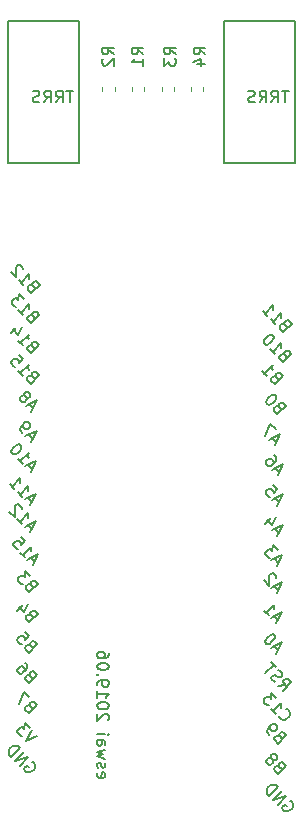
<source format=gbo>
G04 #@! TF.GenerationSoftware,KiCad,Pcbnew,(5.1.0-0)*
G04 #@! TF.CreationDate,2019-06-09T21:10:29+02:00*
G04 #@! TF.ProjectId,blackpill-pendant,626c6163-6b70-4696-9c6c-2d70656e6461,rev?*
G04 #@! TF.SameCoordinates,Original*
G04 #@! TF.FileFunction,Legend,Bot*
G04 #@! TF.FilePolarity,Positive*
%FSLAX46Y46*%
G04 Gerber Fmt 4.6, Leading zero omitted, Abs format (unit mm)*
G04 Created by KiCad (PCBNEW (5.1.0-0)) date 2019-06-09 21:10:29*
%MOMM*%
%LPD*%
G04 APERTURE LIST*
%ADD10C,0.150000*%
%ADD11C,0.120000*%
G04 APERTURE END LIST*
D10*
X85095238Y-115154761D02*
X85047619Y-115250000D01*
X85047619Y-115440476D01*
X85095238Y-115535714D01*
X85190476Y-115583333D01*
X85571428Y-115583333D01*
X85666666Y-115535714D01*
X85714285Y-115440476D01*
X85714285Y-115250000D01*
X85666666Y-115154761D01*
X85571428Y-115107142D01*
X85476190Y-115107142D01*
X85380952Y-115583333D01*
X85095238Y-114726190D02*
X85047619Y-114630952D01*
X85047619Y-114440476D01*
X85095238Y-114345238D01*
X85190476Y-114297619D01*
X85238095Y-114297619D01*
X85333333Y-114345238D01*
X85380952Y-114440476D01*
X85380952Y-114583333D01*
X85428571Y-114678571D01*
X85523809Y-114726190D01*
X85571428Y-114726190D01*
X85666666Y-114678571D01*
X85714285Y-114583333D01*
X85714285Y-114440476D01*
X85666666Y-114345238D01*
X85714285Y-113964285D02*
X85047619Y-113773809D01*
X85523809Y-113583333D01*
X85047619Y-113392857D01*
X85714285Y-113202380D01*
X85047619Y-112392857D02*
X85571428Y-112392857D01*
X85666666Y-112440476D01*
X85714285Y-112535714D01*
X85714285Y-112726190D01*
X85666666Y-112821428D01*
X85095238Y-112392857D02*
X85047619Y-112488095D01*
X85047619Y-112726190D01*
X85095238Y-112821428D01*
X85190476Y-112869047D01*
X85285714Y-112869047D01*
X85380952Y-112821428D01*
X85428571Y-112726190D01*
X85428571Y-112488095D01*
X85476190Y-112392857D01*
X85047619Y-111916666D02*
X85714285Y-111916666D01*
X86047619Y-111916666D02*
X86000000Y-111964285D01*
X85952380Y-111916666D01*
X86000000Y-111869047D01*
X86047619Y-111916666D01*
X85952380Y-111916666D01*
X85952380Y-110726190D02*
X86000000Y-110678571D01*
X86047619Y-110583333D01*
X86047619Y-110345238D01*
X86000000Y-110250000D01*
X85952380Y-110202380D01*
X85857142Y-110154761D01*
X85761904Y-110154761D01*
X85619047Y-110202380D01*
X85047619Y-110773809D01*
X85047619Y-110154761D01*
X86047619Y-109535714D02*
X86047619Y-109440476D01*
X86000000Y-109345238D01*
X85952380Y-109297619D01*
X85857142Y-109250000D01*
X85666666Y-109202380D01*
X85428571Y-109202380D01*
X85238095Y-109250000D01*
X85142857Y-109297619D01*
X85095238Y-109345238D01*
X85047619Y-109440476D01*
X85047619Y-109535714D01*
X85095238Y-109630952D01*
X85142857Y-109678571D01*
X85238095Y-109726190D01*
X85428571Y-109773809D01*
X85666666Y-109773809D01*
X85857142Y-109726190D01*
X85952380Y-109678571D01*
X86000000Y-109630952D01*
X86047619Y-109535714D01*
X85047619Y-108250000D02*
X85047619Y-108821428D01*
X85047619Y-108535714D02*
X86047619Y-108535714D01*
X85904761Y-108630952D01*
X85809523Y-108726190D01*
X85761904Y-108821428D01*
X85047619Y-107773809D02*
X85047619Y-107583333D01*
X85095238Y-107488095D01*
X85142857Y-107440476D01*
X85285714Y-107345238D01*
X85476190Y-107297619D01*
X85857142Y-107297619D01*
X85952380Y-107345238D01*
X86000000Y-107392857D01*
X86047619Y-107488095D01*
X86047619Y-107678571D01*
X86000000Y-107773809D01*
X85952380Y-107821428D01*
X85857142Y-107869047D01*
X85619047Y-107869047D01*
X85523809Y-107821428D01*
X85476190Y-107773809D01*
X85428571Y-107678571D01*
X85428571Y-107488095D01*
X85476190Y-107392857D01*
X85523809Y-107345238D01*
X85619047Y-107297619D01*
X85142857Y-106869047D02*
X85095238Y-106821428D01*
X85047619Y-106869047D01*
X85095238Y-106916666D01*
X85142857Y-106869047D01*
X85047619Y-106869047D01*
X86047619Y-106202380D02*
X86047619Y-106107142D01*
X86000000Y-106011904D01*
X85952380Y-105964285D01*
X85857142Y-105916666D01*
X85666666Y-105869047D01*
X85428571Y-105869047D01*
X85238095Y-105916666D01*
X85142857Y-105964285D01*
X85095238Y-106011904D01*
X85047619Y-106107142D01*
X85047619Y-106202380D01*
X85095238Y-106297619D01*
X85142857Y-106345238D01*
X85238095Y-106392857D01*
X85428571Y-106440476D01*
X85666666Y-106440476D01*
X85857142Y-106392857D01*
X85952380Y-106345238D01*
X86000000Y-106297619D01*
X86047619Y-106202380D01*
X86047619Y-105011904D02*
X86047619Y-105202380D01*
X86000000Y-105297619D01*
X85952380Y-105345238D01*
X85809523Y-105440476D01*
X85619047Y-105488095D01*
X85238095Y-105488095D01*
X85142857Y-105440476D01*
X85095238Y-105392857D01*
X85047619Y-105297619D01*
X85047619Y-105107142D01*
X85095238Y-105011904D01*
X85142857Y-104964285D01*
X85238095Y-104916666D01*
X85476190Y-104916666D01*
X85571428Y-104964285D01*
X85619047Y-105011904D01*
X85666666Y-105107142D01*
X85666666Y-105297619D01*
X85619047Y-105392857D01*
X85571428Y-105440476D01*
X85476190Y-105488095D01*
X101750000Y-63500000D02*
X101750000Y-51500000D01*
X95750000Y-63500000D02*
X101750000Y-63500000D01*
X95750000Y-51500000D02*
X95750000Y-63500000D01*
X101750000Y-51500000D02*
X95750000Y-51500000D01*
X83500000Y-63500000D02*
X83500000Y-51500000D01*
X77500000Y-63500000D02*
X83500000Y-63500000D01*
X77500000Y-51500000D02*
X77500000Y-63500000D01*
X83500000Y-51500000D02*
X77500000Y-51500000D01*
D11*
X94010000Y-57078733D02*
X94010000Y-57421267D01*
X92990000Y-57078733D02*
X92990000Y-57421267D01*
X91510000Y-57078733D02*
X91510000Y-57421267D01*
X90490000Y-57078733D02*
X90490000Y-57421267D01*
X86510000Y-57078733D02*
X86510000Y-57421267D01*
X85490000Y-57078733D02*
X85490000Y-57421267D01*
X89010000Y-57078733D02*
X89010000Y-57421267D01*
X87990000Y-57078733D02*
X87990000Y-57421267D01*
D10*
X101261904Y-57402380D02*
X100690476Y-57402380D01*
X100976190Y-58402380D02*
X100976190Y-57402380D01*
X99785714Y-58402380D02*
X100119047Y-57926190D01*
X100357142Y-58402380D02*
X100357142Y-57402380D01*
X99976190Y-57402380D01*
X99880952Y-57450000D01*
X99833333Y-57497619D01*
X99785714Y-57592857D01*
X99785714Y-57735714D01*
X99833333Y-57830952D01*
X99880952Y-57878571D01*
X99976190Y-57926190D01*
X100357142Y-57926190D01*
X98785714Y-58402380D02*
X99119047Y-57926190D01*
X99357142Y-58402380D02*
X99357142Y-57402380D01*
X98976190Y-57402380D01*
X98880952Y-57450000D01*
X98833333Y-57497619D01*
X98785714Y-57592857D01*
X98785714Y-57735714D01*
X98833333Y-57830952D01*
X98880952Y-57878571D01*
X98976190Y-57926190D01*
X99357142Y-57926190D01*
X98404761Y-58354761D02*
X98261904Y-58402380D01*
X98023809Y-58402380D01*
X97928571Y-58354761D01*
X97880952Y-58307142D01*
X97833333Y-58211904D01*
X97833333Y-58116666D01*
X97880952Y-58021428D01*
X97928571Y-57973809D01*
X98023809Y-57926190D01*
X98214285Y-57878571D01*
X98309523Y-57830952D01*
X98357142Y-57783333D01*
X98404761Y-57688095D01*
X98404761Y-57592857D01*
X98357142Y-57497619D01*
X98309523Y-57450000D01*
X98214285Y-57402380D01*
X97976190Y-57402380D01*
X97833333Y-57450000D01*
X83011904Y-57402380D02*
X82440476Y-57402380D01*
X82726190Y-58402380D02*
X82726190Y-57402380D01*
X81535714Y-58402380D02*
X81869047Y-57926190D01*
X82107142Y-58402380D02*
X82107142Y-57402380D01*
X81726190Y-57402380D01*
X81630952Y-57450000D01*
X81583333Y-57497619D01*
X81535714Y-57592857D01*
X81535714Y-57735714D01*
X81583333Y-57830952D01*
X81630952Y-57878571D01*
X81726190Y-57926190D01*
X82107142Y-57926190D01*
X80535714Y-58402380D02*
X80869047Y-57926190D01*
X81107142Y-58402380D02*
X81107142Y-57402380D01*
X80726190Y-57402380D01*
X80630952Y-57450000D01*
X80583333Y-57497619D01*
X80535714Y-57592857D01*
X80535714Y-57735714D01*
X80583333Y-57830952D01*
X80630952Y-57878571D01*
X80726190Y-57926190D01*
X81107142Y-57926190D01*
X80154761Y-58354761D02*
X80011904Y-58402380D01*
X79773809Y-58402380D01*
X79678571Y-58354761D01*
X79630952Y-58307142D01*
X79583333Y-58211904D01*
X79583333Y-58116666D01*
X79630952Y-58021428D01*
X79678571Y-57973809D01*
X79773809Y-57926190D01*
X79964285Y-57878571D01*
X80059523Y-57830952D01*
X80107142Y-57783333D01*
X80154761Y-57688095D01*
X80154761Y-57592857D01*
X80107142Y-57497619D01*
X80059523Y-57450000D01*
X79964285Y-57402380D01*
X79726190Y-57402380D01*
X79583333Y-57450000D01*
X94202380Y-54333333D02*
X93726190Y-54000000D01*
X94202380Y-53761904D02*
X93202380Y-53761904D01*
X93202380Y-54142857D01*
X93250000Y-54238095D01*
X93297619Y-54285714D01*
X93392857Y-54333333D01*
X93535714Y-54333333D01*
X93630952Y-54285714D01*
X93678571Y-54238095D01*
X93726190Y-54142857D01*
X93726190Y-53761904D01*
X93535714Y-55190476D02*
X94202380Y-55190476D01*
X93154761Y-54952380D02*
X93869047Y-54714285D01*
X93869047Y-55333333D01*
X91702380Y-54333333D02*
X91226190Y-54000000D01*
X91702380Y-53761904D02*
X90702380Y-53761904D01*
X90702380Y-54142857D01*
X90750000Y-54238095D01*
X90797619Y-54285714D01*
X90892857Y-54333333D01*
X91035714Y-54333333D01*
X91130952Y-54285714D01*
X91178571Y-54238095D01*
X91226190Y-54142857D01*
X91226190Y-53761904D01*
X90702380Y-54666666D02*
X90702380Y-55285714D01*
X91083333Y-54952380D01*
X91083333Y-55095238D01*
X91130952Y-55190476D01*
X91178571Y-55238095D01*
X91273809Y-55285714D01*
X91511904Y-55285714D01*
X91607142Y-55238095D01*
X91654761Y-55190476D01*
X91702380Y-55095238D01*
X91702380Y-54809523D01*
X91654761Y-54714285D01*
X91607142Y-54666666D01*
X86452380Y-54333333D02*
X85976190Y-54000000D01*
X86452380Y-53761904D02*
X85452380Y-53761904D01*
X85452380Y-54142857D01*
X85500000Y-54238095D01*
X85547619Y-54285714D01*
X85642857Y-54333333D01*
X85785714Y-54333333D01*
X85880952Y-54285714D01*
X85928571Y-54238095D01*
X85976190Y-54142857D01*
X85976190Y-53761904D01*
X85547619Y-54714285D02*
X85500000Y-54761904D01*
X85452380Y-54857142D01*
X85452380Y-55095238D01*
X85500000Y-55190476D01*
X85547619Y-55238095D01*
X85642857Y-55285714D01*
X85738095Y-55285714D01*
X85880952Y-55238095D01*
X86452380Y-54666666D01*
X86452380Y-55285714D01*
X88952380Y-54333333D02*
X88476190Y-54000000D01*
X88952380Y-53761904D02*
X87952380Y-53761904D01*
X87952380Y-54142857D01*
X88000000Y-54238095D01*
X88047619Y-54285714D01*
X88142857Y-54333333D01*
X88285714Y-54333333D01*
X88380952Y-54285714D01*
X88428571Y-54238095D01*
X88476190Y-54142857D01*
X88476190Y-53761904D01*
X88952380Y-55285714D02*
X88952380Y-54714285D01*
X88952380Y-55000000D02*
X87952380Y-55000000D01*
X88095238Y-54904761D01*
X88190476Y-54809523D01*
X88238095Y-54714285D01*
X79523621Y-114216375D02*
X79624636Y-114250047D01*
X79725651Y-114351062D01*
X79792995Y-114485749D01*
X79792995Y-114620436D01*
X79759323Y-114721451D01*
X79658308Y-114889810D01*
X79557293Y-114990825D01*
X79388934Y-115091841D01*
X79287919Y-115125512D01*
X79153232Y-115125512D01*
X79018545Y-115058169D01*
X78951201Y-114990825D01*
X78883858Y-114856138D01*
X78883858Y-114788795D01*
X79119560Y-114553093D01*
X79254247Y-114687780D01*
X78513468Y-114553093D02*
X79220575Y-113845986D01*
X78109407Y-114149032D01*
X78816514Y-113441925D01*
X77772690Y-113812314D02*
X78479797Y-113105207D01*
X78311438Y-112936849D01*
X78176751Y-112869505D01*
X78042064Y-112869505D01*
X77941049Y-112903177D01*
X77772690Y-113004192D01*
X77671675Y-113105207D01*
X77570659Y-113273566D01*
X77536988Y-113374581D01*
X77536988Y-113509268D01*
X77604331Y-113643955D01*
X77772690Y-113812314D01*
X79968225Y-112017534D02*
X79025416Y-112488939D01*
X79496821Y-111546130D01*
X79328462Y-111377771D02*
X78890729Y-110940038D01*
X78857058Y-111445114D01*
X78756042Y-111344099D01*
X78655027Y-111310427D01*
X78587684Y-111310427D01*
X78486668Y-111344099D01*
X78318310Y-111512458D01*
X78284638Y-111613473D01*
X78284638Y-111680817D01*
X78318310Y-111781832D01*
X78520340Y-111983862D01*
X78621355Y-112017534D01*
X78688699Y-112017534D01*
X79363350Y-109509991D02*
X79228663Y-109442647D01*
X79161320Y-109442647D01*
X79060304Y-109476319D01*
X78959289Y-109577334D01*
X78925617Y-109678350D01*
X78925617Y-109745693D01*
X78959289Y-109846708D01*
X79228663Y-110116082D01*
X79935770Y-109408976D01*
X79700068Y-109173273D01*
X79599052Y-109139601D01*
X79531709Y-109139601D01*
X79430694Y-109173273D01*
X79363350Y-109240617D01*
X79329678Y-109341632D01*
X79329678Y-109408976D01*
X79363350Y-109509991D01*
X79599052Y-109745693D01*
X79296007Y-108769212D02*
X78824602Y-108297808D01*
X78420541Y-109307960D01*
X79381401Y-106951940D02*
X79246714Y-106884596D01*
X79179371Y-106884596D01*
X79078355Y-106918268D01*
X78977340Y-107019283D01*
X78943668Y-107120299D01*
X78943668Y-107187642D01*
X78977340Y-107288657D01*
X79246714Y-107558031D01*
X79953821Y-106850925D01*
X79718119Y-106615222D01*
X79617103Y-106581550D01*
X79549760Y-106581550D01*
X79448745Y-106615222D01*
X79381401Y-106682566D01*
X79347729Y-106783581D01*
X79347729Y-106850925D01*
X79381401Y-106951940D01*
X79617103Y-107187642D01*
X78943668Y-105840772D02*
X79078355Y-105975459D01*
X79112027Y-106076474D01*
X79112027Y-106143818D01*
X79078355Y-106312176D01*
X78977340Y-106480535D01*
X78707966Y-106749909D01*
X78606951Y-106783581D01*
X78539607Y-106783581D01*
X78438592Y-106749909D01*
X78303905Y-106615222D01*
X78270233Y-106514207D01*
X78270233Y-106446863D01*
X78303905Y-106345848D01*
X78472264Y-106177489D01*
X78573279Y-106143818D01*
X78640622Y-106143818D01*
X78741638Y-106177489D01*
X78876325Y-106312176D01*
X78909996Y-106413192D01*
X78909996Y-106480535D01*
X78876325Y-106581550D01*
X79399452Y-104393888D02*
X79264765Y-104326544D01*
X79197422Y-104326544D01*
X79096406Y-104360216D01*
X78995391Y-104461231D01*
X78961719Y-104562247D01*
X78961719Y-104629590D01*
X78995391Y-104730605D01*
X79264765Y-104999979D01*
X79971872Y-104292873D01*
X79736170Y-104057170D01*
X79635154Y-104023498D01*
X79567811Y-104023498D01*
X79466796Y-104057170D01*
X79399452Y-104124514D01*
X79365780Y-104225529D01*
X79365780Y-104292873D01*
X79399452Y-104393888D01*
X79635154Y-104629590D01*
X78928047Y-103249048D02*
X79264765Y-103585766D01*
X78961719Y-103956155D01*
X78961719Y-103888811D01*
X78928047Y-103787796D01*
X78759689Y-103619437D01*
X78658673Y-103585766D01*
X78591330Y-103585766D01*
X78490315Y-103619437D01*
X78321956Y-103787796D01*
X78288284Y-103888811D01*
X78288284Y-103956155D01*
X78321956Y-104057170D01*
X78490315Y-104225529D01*
X78591330Y-104259201D01*
X78658673Y-104259201D01*
X79435555Y-99277786D02*
X79300868Y-99210442D01*
X79233525Y-99210442D01*
X79132509Y-99244114D01*
X79031494Y-99345129D01*
X78997822Y-99446145D01*
X78997822Y-99513488D01*
X79031494Y-99614503D01*
X79300868Y-99883877D01*
X80007975Y-99176771D01*
X79772273Y-98941068D01*
X79671257Y-98907396D01*
X79603914Y-98907396D01*
X79502899Y-98941068D01*
X79435555Y-99008412D01*
X79401883Y-99109427D01*
X79401883Y-99176771D01*
X79435555Y-99277786D01*
X79671257Y-99513488D01*
X79368212Y-98537007D02*
X78930479Y-98099274D01*
X78896807Y-98604351D01*
X78795792Y-98503335D01*
X78694776Y-98469664D01*
X78627433Y-98469664D01*
X78526418Y-98503335D01*
X78358059Y-98671694D01*
X78324387Y-98772709D01*
X78324387Y-98840053D01*
X78358059Y-98941068D01*
X78560089Y-99143099D01*
X78661105Y-99176771D01*
X78728448Y-99176771D01*
X79735620Y-97338467D02*
X79398903Y-97001750D01*
X79600933Y-97607841D02*
X80072338Y-96665032D01*
X79129529Y-97136437D01*
X78523437Y-96530345D02*
X78927498Y-96934406D01*
X78725468Y-96732376D02*
X79432574Y-96025269D01*
X79398903Y-96193628D01*
X79398903Y-96328315D01*
X79432574Y-96429330D01*
X78590781Y-95183475D02*
X78927498Y-95520193D01*
X78624452Y-95890582D01*
X78624452Y-95823239D01*
X78590781Y-95722223D01*
X78422422Y-95553865D01*
X78321407Y-95520193D01*
X78254063Y-95520193D01*
X78153048Y-95553865D01*
X77984689Y-95722223D01*
X77951017Y-95823239D01*
X77951017Y-95890582D01*
X77984689Y-95991597D01*
X78153048Y-96159956D01*
X78254063Y-96193628D01*
X78321407Y-96193628D01*
X79499672Y-94526415D02*
X79162955Y-94189698D01*
X79364985Y-94795789D02*
X79836390Y-93852980D01*
X78893581Y-94324385D01*
X78287489Y-93718293D02*
X78691550Y-94122354D01*
X78489520Y-93920324D02*
X79196626Y-93213217D01*
X79162955Y-93381576D01*
X79162955Y-93516263D01*
X79196626Y-93617278D01*
X78657878Y-92809156D02*
X78657878Y-92741813D01*
X78624207Y-92640797D01*
X78455848Y-92472439D01*
X78354833Y-92438767D01*
X78287489Y-92438767D01*
X78186474Y-92472439D01*
X78119130Y-92539782D01*
X78051787Y-92674469D01*
X78051787Y-93482591D01*
X77614054Y-93044858D01*
X79517723Y-92222364D02*
X79181006Y-91885647D01*
X79383036Y-92491738D02*
X79854441Y-91548929D01*
X78911632Y-92020334D01*
X78305540Y-91414242D02*
X78709601Y-91818303D01*
X78507571Y-91616273D02*
X79214677Y-90909166D01*
X79181006Y-91077525D01*
X79181006Y-91212212D01*
X79214677Y-91313227D01*
X77632105Y-90740807D02*
X78036166Y-91144868D01*
X77834136Y-90942838D02*
X78541242Y-90235731D01*
X78507571Y-90404090D01*
X78507571Y-90538777D01*
X78541242Y-90639792D01*
X79535774Y-89410313D02*
X79199057Y-89073596D01*
X79401087Y-89679687D02*
X79872492Y-88736878D01*
X78929683Y-89208283D01*
X78323591Y-88602191D02*
X78727652Y-89006252D01*
X78525622Y-88804222D02*
X79232728Y-88097115D01*
X79199057Y-88265474D01*
X79199057Y-88400161D01*
X79232728Y-88501176D01*
X78592965Y-87457352D02*
X78525622Y-87390008D01*
X78424606Y-87356337D01*
X78357263Y-87356337D01*
X78256248Y-87390008D01*
X78087889Y-87491024D01*
X77919530Y-87659382D01*
X77818515Y-87827741D01*
X77784843Y-87928756D01*
X77784843Y-87996100D01*
X77818515Y-88097115D01*
X77885858Y-88164459D01*
X77986874Y-88198130D01*
X78054217Y-88198130D01*
X78155232Y-88164459D01*
X78323591Y-88063443D01*
X78491950Y-87895085D01*
X78592965Y-87726726D01*
X78626637Y-87625711D01*
X78626637Y-87558367D01*
X78592965Y-87457352D01*
X79576319Y-86874755D02*
X79239601Y-86538037D01*
X79441632Y-87144129D02*
X79913036Y-86201320D01*
X78970227Y-86672724D01*
X78700853Y-86403350D02*
X78566166Y-86268663D01*
X78532494Y-86167648D01*
X78532494Y-86100305D01*
X78566166Y-85931946D01*
X78667181Y-85763587D01*
X78936555Y-85494213D01*
X79037571Y-85460541D01*
X79104914Y-85460541D01*
X79205929Y-85494213D01*
X79340616Y-85628900D01*
X79374288Y-85729915D01*
X79374288Y-85797259D01*
X79340616Y-85898274D01*
X79172258Y-86066633D01*
X79071242Y-86100305D01*
X79003899Y-86100305D01*
X78902884Y-86066633D01*
X78768197Y-85931946D01*
X78734525Y-85830931D01*
X78734525Y-85763587D01*
X78768197Y-85662572D01*
X79594370Y-84316704D02*
X79257652Y-83979986D01*
X79459683Y-84586078D02*
X79931087Y-83643269D01*
X78988278Y-84114673D01*
X79055622Y-83373895D02*
X79156637Y-83407567D01*
X79223980Y-83407567D01*
X79324996Y-83373895D01*
X79358667Y-83340223D01*
X79392339Y-83239208D01*
X79392339Y-83171864D01*
X79358667Y-83070849D01*
X79223980Y-82936162D01*
X79122965Y-82902490D01*
X79055622Y-82902490D01*
X78954606Y-82936162D01*
X78920935Y-82969834D01*
X78887263Y-83070849D01*
X78887263Y-83138193D01*
X78920935Y-83239208D01*
X79055622Y-83373895D01*
X79089293Y-83474910D01*
X79089293Y-83542254D01*
X79055622Y-83643269D01*
X78920935Y-83777956D01*
X78819919Y-83811628D01*
X78752576Y-83811628D01*
X78651561Y-83777956D01*
X78516874Y-83643269D01*
X78483202Y-83542254D01*
X78483202Y-83474910D01*
X78516874Y-83373895D01*
X78651561Y-83239208D01*
X78752576Y-83205536D01*
X78819919Y-83205536D01*
X78920935Y-83239208D01*
X79417503Y-101835837D02*
X79282816Y-101768493D01*
X79215473Y-101768493D01*
X79114457Y-101802165D01*
X79013442Y-101903180D01*
X78979770Y-102004196D01*
X78979770Y-102071539D01*
X79013442Y-102172554D01*
X79282816Y-102441928D01*
X79989923Y-101734822D01*
X79754221Y-101499119D01*
X79653205Y-101465447D01*
X79585862Y-101465447D01*
X79484847Y-101499119D01*
X79417503Y-101566463D01*
X79383831Y-101667478D01*
X79383831Y-101734822D01*
X79417503Y-101835837D01*
X79653205Y-102071539D01*
X78744068Y-100960371D02*
X78272663Y-101431776D01*
X79181801Y-100859356D02*
X78845083Y-101532791D01*
X78407350Y-101095058D01*
X79539421Y-81602934D02*
X79404734Y-81535591D01*
X79337390Y-81535591D01*
X79236375Y-81569263D01*
X79135360Y-81670278D01*
X79101688Y-81771293D01*
X79101688Y-81838637D01*
X79135360Y-81939652D01*
X79404734Y-82209026D01*
X80111840Y-81501919D01*
X79876138Y-81266217D01*
X79775123Y-81232545D01*
X79707779Y-81232545D01*
X79606764Y-81266217D01*
X79539421Y-81333560D01*
X79505749Y-81434576D01*
X79505749Y-81501919D01*
X79539421Y-81602934D01*
X79775123Y-81838637D01*
X78327237Y-81131530D02*
X78731298Y-81535591D01*
X78529268Y-81333560D02*
X79236375Y-80626453D01*
X79202703Y-80794812D01*
X79202703Y-80929499D01*
X79236375Y-81030515D01*
X78394581Y-79784660D02*
X78731298Y-80121377D01*
X78428253Y-80491766D01*
X78428253Y-80424423D01*
X78394581Y-80323408D01*
X78226222Y-80155049D01*
X78125207Y-80121377D01*
X78057863Y-80121377D01*
X77956848Y-80155049D01*
X77788489Y-80323408D01*
X77754818Y-80424423D01*
X77754818Y-80491766D01*
X77788489Y-80592782D01*
X77956848Y-80761140D01*
X78057863Y-80794812D01*
X78125207Y-80794812D01*
X79557472Y-79044883D02*
X79422785Y-78977540D01*
X79355441Y-78977540D01*
X79254426Y-79011212D01*
X79153411Y-79112227D01*
X79119739Y-79213242D01*
X79119739Y-79280586D01*
X79153411Y-79381601D01*
X79422785Y-79650975D01*
X80129891Y-78943868D01*
X79894189Y-78708166D01*
X79793174Y-78674494D01*
X79725830Y-78674494D01*
X79624815Y-78708166D01*
X79557472Y-78775509D01*
X79523800Y-78876525D01*
X79523800Y-78943868D01*
X79557472Y-79044883D01*
X79793174Y-79280586D01*
X78345288Y-78573479D02*
X78749349Y-78977540D01*
X78547319Y-78775509D02*
X79254426Y-78068402D01*
X79220754Y-78236761D01*
X79220754Y-78371448D01*
X79254426Y-78472464D01*
X78210601Y-77495983D02*
X77739197Y-77967387D01*
X78648334Y-77394967D02*
X78311617Y-78068402D01*
X77873884Y-77630670D01*
X79575523Y-76486832D02*
X79440836Y-76419489D01*
X79373492Y-76419489D01*
X79272477Y-76453161D01*
X79171462Y-76554176D01*
X79137790Y-76655191D01*
X79137790Y-76722535D01*
X79171462Y-76823550D01*
X79440836Y-77092924D01*
X80147942Y-76385817D01*
X79912240Y-76150115D01*
X79811225Y-76116443D01*
X79743881Y-76116443D01*
X79642866Y-76150115D01*
X79575523Y-76217458D01*
X79541851Y-76318474D01*
X79541851Y-76385817D01*
X79575523Y-76486832D01*
X79811225Y-76722535D01*
X78363339Y-76015428D02*
X78767400Y-76419489D01*
X78565370Y-76217458D02*
X79272477Y-75510351D01*
X79238805Y-75678710D01*
X79238805Y-75813397D01*
X79272477Y-75914413D01*
X78834744Y-75072619D02*
X78397011Y-74634886D01*
X78363339Y-75139962D01*
X78262324Y-75038947D01*
X78161309Y-75005275D01*
X78093965Y-75005275D01*
X77992950Y-75038947D01*
X77824591Y-75207306D01*
X77790920Y-75308321D01*
X77790920Y-75375664D01*
X77824591Y-75476680D01*
X78026622Y-75678710D01*
X78127637Y-75712382D01*
X78194981Y-75712382D01*
X79593575Y-73928780D02*
X79458888Y-73861437D01*
X79391544Y-73861437D01*
X79290529Y-73895109D01*
X79189514Y-73996124D01*
X79155842Y-74097139D01*
X79155842Y-74164483D01*
X79189514Y-74265498D01*
X79458888Y-74534872D01*
X80165994Y-73827765D01*
X79930292Y-73592063D01*
X79829277Y-73558391D01*
X79761933Y-73558391D01*
X79660918Y-73592063D01*
X79593575Y-73659406D01*
X79559903Y-73760422D01*
X79559903Y-73827765D01*
X79593575Y-73928780D01*
X79829277Y-74164483D01*
X78381391Y-73457376D02*
X78785452Y-73861437D01*
X78583422Y-73659406D02*
X79290529Y-72952299D01*
X79256857Y-73120658D01*
X79256857Y-73255345D01*
X79290529Y-73356361D01*
X78751781Y-72548238D02*
X78751781Y-72480895D01*
X78718109Y-72379880D01*
X78549750Y-72211521D01*
X78448735Y-72177849D01*
X78381391Y-72177849D01*
X78280376Y-72211521D01*
X78213033Y-72278864D01*
X78145689Y-72413551D01*
X78145689Y-73221673D01*
X77707956Y-72783941D01*
X100929575Y-77230780D02*
X100794888Y-77163437D01*
X100727544Y-77163437D01*
X100626529Y-77197109D01*
X100525514Y-77298124D01*
X100491842Y-77399139D01*
X100491842Y-77466483D01*
X100525514Y-77567498D01*
X100794888Y-77836872D01*
X101501994Y-77129765D01*
X101266292Y-76894063D01*
X101165277Y-76860391D01*
X101097933Y-76860391D01*
X100996918Y-76894063D01*
X100929575Y-76961406D01*
X100895903Y-77062422D01*
X100895903Y-77129765D01*
X100929575Y-77230780D01*
X101165277Y-77466483D01*
X99717391Y-76759376D02*
X100121452Y-77163437D01*
X99919422Y-76961406D02*
X100626529Y-76254299D01*
X100592857Y-76422658D01*
X100592857Y-76557345D01*
X100626529Y-76658361D01*
X99043956Y-76085941D02*
X99448017Y-76490002D01*
X99245987Y-76287971D02*
X99953094Y-75580864D01*
X99919422Y-75749223D01*
X99919422Y-75883910D01*
X99953094Y-75984925D01*
X100911523Y-79788832D02*
X100776836Y-79721489D01*
X100709492Y-79721489D01*
X100608477Y-79755161D01*
X100507462Y-79856176D01*
X100473790Y-79957191D01*
X100473790Y-80024535D01*
X100507462Y-80125550D01*
X100776836Y-80394924D01*
X101483942Y-79687817D01*
X101248240Y-79452115D01*
X101147225Y-79418443D01*
X101079881Y-79418443D01*
X100978866Y-79452115D01*
X100911523Y-79519458D01*
X100877851Y-79620474D01*
X100877851Y-79687817D01*
X100911523Y-79788832D01*
X101147225Y-80024535D01*
X99699339Y-79317428D02*
X100103400Y-79721489D01*
X99901370Y-79519458D02*
X100608477Y-78812351D01*
X100574805Y-78980710D01*
X100574805Y-79115397D01*
X100608477Y-79216413D01*
X99968713Y-78172588D02*
X99901370Y-78105245D01*
X99800355Y-78071573D01*
X99733011Y-78071573D01*
X99631996Y-78105245D01*
X99463637Y-78206260D01*
X99295278Y-78374619D01*
X99194263Y-78542977D01*
X99160591Y-78643993D01*
X99160591Y-78711336D01*
X99194263Y-78812351D01*
X99261607Y-78879695D01*
X99362622Y-78913367D01*
X99429965Y-78913367D01*
X99530981Y-78879695D01*
X99699339Y-78778680D01*
X99867698Y-78610321D01*
X99968713Y-78441962D01*
X100002385Y-78340947D01*
X100002385Y-78273603D01*
X99968713Y-78172588D01*
X100197544Y-81650956D02*
X100062857Y-81583612D01*
X99995514Y-81583612D01*
X99894498Y-81617284D01*
X99793483Y-81718299D01*
X99759811Y-81819315D01*
X99759811Y-81886658D01*
X99793483Y-81987673D01*
X100062857Y-82257047D01*
X100769964Y-81549941D01*
X100534262Y-81314238D01*
X100433246Y-81280566D01*
X100365903Y-81280566D01*
X100264888Y-81314238D01*
X100197544Y-81381582D01*
X100163872Y-81482597D01*
X100163872Y-81549941D01*
X100197544Y-81650956D01*
X100433246Y-81886658D01*
X98985361Y-81179551D02*
X99389422Y-81583612D01*
X99187391Y-81381582D02*
X99894498Y-80674475D01*
X99860827Y-80842834D01*
X99860827Y-80977521D01*
X99894498Y-81078536D01*
X100433493Y-84209007D02*
X100298806Y-84141663D01*
X100231463Y-84141663D01*
X100130447Y-84175335D01*
X100029432Y-84276350D01*
X99995760Y-84377366D01*
X99995760Y-84444709D01*
X100029432Y-84545724D01*
X100298806Y-84815098D01*
X101005913Y-84107992D01*
X100770211Y-83872289D01*
X100669195Y-83838617D01*
X100601852Y-83838617D01*
X100500837Y-83872289D01*
X100433493Y-83939633D01*
X100399821Y-84040648D01*
X100399821Y-84107992D01*
X100433493Y-84209007D01*
X100669195Y-84444709D01*
X100164119Y-83266198D02*
X100096776Y-83198854D01*
X99995760Y-83165182D01*
X99928417Y-83165182D01*
X99827401Y-83198854D01*
X99659043Y-83299869D01*
X99490684Y-83468228D01*
X99389669Y-83636587D01*
X99355997Y-83737602D01*
X99355997Y-83804946D01*
X99389669Y-83905961D01*
X99457012Y-83973305D01*
X99558027Y-84006976D01*
X99625371Y-84006976D01*
X99726386Y-83973305D01*
X99894745Y-83872289D01*
X100063104Y-83703930D01*
X100164119Y-83535572D01*
X100197791Y-83434556D01*
X100197791Y-83367213D01*
X100164119Y-83266198D01*
X100211949Y-87154283D02*
X99875231Y-86817565D01*
X100077262Y-87423657D02*
X100548666Y-86480848D01*
X99605857Y-86952252D01*
X100144605Y-86076787D02*
X99673201Y-85605382D01*
X99269140Y-86615535D01*
X100447898Y-89712334D02*
X100111180Y-89375616D01*
X100313211Y-89981708D02*
X100784615Y-89038899D01*
X99841806Y-89510303D01*
X100010165Y-88264449D02*
X100144852Y-88399136D01*
X100178524Y-88500151D01*
X100178524Y-88567494D01*
X100144852Y-88735853D01*
X100043837Y-88904212D01*
X99774463Y-89173586D01*
X99673447Y-89207258D01*
X99606104Y-89207258D01*
X99505089Y-89173586D01*
X99370402Y-89038899D01*
X99336730Y-88937884D01*
X99336730Y-88870540D01*
X99370402Y-88769525D01*
X99538760Y-88601166D01*
X99639776Y-88567494D01*
X99707119Y-88567494D01*
X99808134Y-88601166D01*
X99942821Y-88735853D01*
X99976493Y-88836868D01*
X99976493Y-88904212D01*
X99942821Y-89005227D01*
X100429847Y-92270386D02*
X100093129Y-91933668D01*
X100295160Y-92539760D02*
X100766564Y-91596951D01*
X99823755Y-92068355D01*
X99958442Y-90788829D02*
X100295160Y-91125546D01*
X99992114Y-91495936D01*
X99992114Y-91428592D01*
X99958442Y-91327577D01*
X99790083Y-91159218D01*
X99689068Y-91125546D01*
X99621725Y-91125546D01*
X99520709Y-91159218D01*
X99352351Y-91327577D01*
X99318679Y-91428592D01*
X99318679Y-91495936D01*
X99352351Y-91596951D01*
X99520709Y-91765310D01*
X99621725Y-91798981D01*
X99689068Y-91798981D01*
X100411796Y-94828437D02*
X100075078Y-94491719D01*
X100277109Y-95097811D02*
X100748513Y-94155002D01*
X99805704Y-94626406D01*
X99738361Y-93616254D02*
X99266956Y-94087658D01*
X100176093Y-93515239D02*
X99839376Y-94188674D01*
X99401643Y-93750941D01*
X100393744Y-97386488D02*
X100057026Y-97049770D01*
X100259057Y-97655862D02*
X100730461Y-96713053D01*
X99787652Y-97184457D01*
X100326400Y-96308992D02*
X99888667Y-95871259D01*
X99854996Y-96376335D01*
X99753980Y-96275320D01*
X99652965Y-96241648D01*
X99585622Y-96241648D01*
X99484606Y-96275320D01*
X99316248Y-96443679D01*
X99282576Y-96544694D01*
X99282576Y-96612038D01*
X99316248Y-96713053D01*
X99518278Y-96915083D01*
X99619293Y-96948755D01*
X99686637Y-96948755D01*
X100375693Y-99690539D02*
X100038975Y-99353821D01*
X100241006Y-99959913D02*
X100712410Y-99017104D01*
X99769601Y-99488508D01*
X100207334Y-98646715D02*
X100207334Y-98579371D01*
X100173662Y-98478356D01*
X100005303Y-98309997D01*
X99904288Y-98276325D01*
X99836945Y-98276325D01*
X99735929Y-98309997D01*
X99668586Y-98377341D01*
X99601242Y-98512028D01*
X99601242Y-99320150D01*
X99163510Y-98882417D01*
X100357642Y-102248590D02*
X100020924Y-101911872D01*
X100222955Y-102517964D02*
X100694359Y-101575155D01*
X99751550Y-102046559D01*
X99145459Y-101440468D02*
X99549520Y-101844529D01*
X99347489Y-101642498D02*
X100054596Y-100935392D01*
X100020924Y-101103750D01*
X100020924Y-101238437D01*
X100054596Y-101339453D01*
X100339591Y-104806642D02*
X100002873Y-104469924D01*
X100204904Y-105076016D02*
X100676308Y-104133207D01*
X99733499Y-104604611D01*
X100070217Y-103527115D02*
X100002873Y-103459772D01*
X99901858Y-103426100D01*
X99834514Y-103426100D01*
X99733499Y-103459772D01*
X99565140Y-103560787D01*
X99396782Y-103729146D01*
X99295766Y-103897505D01*
X99262095Y-103998520D01*
X99262095Y-104065863D01*
X99295766Y-104166879D01*
X99363110Y-104234222D01*
X99464125Y-104267894D01*
X99531469Y-104267894D01*
X99632484Y-104234222D01*
X99800843Y-104133207D01*
X99969201Y-103964848D01*
X100070217Y-103796489D01*
X100103888Y-103695474D01*
X100103888Y-103628131D01*
X100070217Y-103527115D01*
X100360868Y-107808082D02*
X100933288Y-107707067D01*
X100764929Y-108212143D02*
X101472036Y-107505037D01*
X101202662Y-107235663D01*
X101101647Y-107201991D01*
X101034303Y-107201991D01*
X100933288Y-107235663D01*
X100832273Y-107336678D01*
X100798601Y-107437693D01*
X100798601Y-107505037D01*
X100832273Y-107606052D01*
X101101647Y-107875426D01*
X100125166Y-107505037D02*
X99990479Y-107437693D01*
X99822120Y-107269334D01*
X99788448Y-107168319D01*
X99788448Y-107100976D01*
X99822120Y-106999960D01*
X99889463Y-106932617D01*
X99990479Y-106898945D01*
X100057822Y-106898945D01*
X100158837Y-106932617D01*
X100327196Y-107033632D01*
X100428212Y-107067304D01*
X100495555Y-107067304D01*
X100596570Y-107033632D01*
X100663914Y-106966288D01*
X100697586Y-106865273D01*
X100697586Y-106797930D01*
X100663914Y-106696914D01*
X100495555Y-106528556D01*
X100360868Y-106461212D01*
X100192509Y-106225510D02*
X99788448Y-105821449D01*
X99283372Y-106730586D02*
X99990479Y-106023479D01*
X100477504Y-110366133D02*
X100477504Y-110433477D01*
X100544848Y-110568164D01*
X100612191Y-110635507D01*
X100746878Y-110702851D01*
X100881565Y-110702851D01*
X100982580Y-110669179D01*
X101150939Y-110568164D01*
X101251954Y-110467149D01*
X101352970Y-110298790D01*
X101386641Y-110197775D01*
X101386641Y-110063088D01*
X101319298Y-109928401D01*
X101251954Y-109861057D01*
X101117267Y-109793714D01*
X101049924Y-109793714D01*
X99736725Y-109760042D02*
X100140786Y-110164103D01*
X99938756Y-109962072D02*
X100645863Y-109254965D01*
X100612191Y-109423324D01*
X100612191Y-109558011D01*
X100645863Y-109659027D01*
X100208130Y-108817233D02*
X99770397Y-108379500D01*
X99736725Y-108884576D01*
X99635710Y-108783561D01*
X99534695Y-108749889D01*
X99467351Y-108749889D01*
X99366336Y-108783561D01*
X99197977Y-108951920D01*
X99164306Y-109052935D01*
X99164306Y-109120278D01*
X99197977Y-109221294D01*
X99400008Y-109423324D01*
X99501023Y-109456996D01*
X99568367Y-109456996D01*
X100488929Y-112093570D02*
X100354242Y-112026226D01*
X100286899Y-112026226D01*
X100185883Y-112059898D01*
X100084868Y-112160913D01*
X100051196Y-112261929D01*
X100051196Y-112329272D01*
X100084868Y-112430287D01*
X100354242Y-112699661D01*
X101061349Y-111992555D01*
X100825647Y-111756852D01*
X100724631Y-111723180D01*
X100657288Y-111723180D01*
X100556273Y-111756852D01*
X100488929Y-111824196D01*
X100455257Y-111925211D01*
X100455257Y-111992555D01*
X100488929Y-112093570D01*
X100724631Y-112329272D01*
X99613463Y-111958883D02*
X99478776Y-111824196D01*
X99445105Y-111723180D01*
X99445105Y-111655837D01*
X99478776Y-111487478D01*
X99579792Y-111319119D01*
X99849166Y-111049745D01*
X99950181Y-111016074D01*
X100017524Y-111016074D01*
X100118540Y-111049745D01*
X100253227Y-111184432D01*
X100286899Y-111285448D01*
X100286899Y-111352791D01*
X100253227Y-111453806D01*
X100084868Y-111622165D01*
X99983853Y-111655837D01*
X99916509Y-111655837D01*
X99815494Y-111622165D01*
X99680807Y-111487478D01*
X99647135Y-111386463D01*
X99647135Y-111319119D01*
X99680807Y-111218104D01*
X100470878Y-114651622D02*
X100336191Y-114584278D01*
X100268848Y-114584278D01*
X100167832Y-114617950D01*
X100066817Y-114718965D01*
X100033145Y-114819981D01*
X100033145Y-114887324D01*
X100066817Y-114988339D01*
X100336191Y-115257713D01*
X101043298Y-114550607D01*
X100807596Y-114314904D01*
X100706580Y-114281232D01*
X100639237Y-114281232D01*
X100538222Y-114314904D01*
X100470878Y-114382248D01*
X100437206Y-114483263D01*
X100437206Y-114550607D01*
X100470878Y-114651622D01*
X100706580Y-114887324D01*
X99932130Y-114045530D02*
X100033145Y-114079202D01*
X100100489Y-114079202D01*
X100201504Y-114045530D01*
X100235176Y-114011858D01*
X100268848Y-113910843D01*
X100268848Y-113843500D01*
X100235176Y-113742484D01*
X100100489Y-113607797D01*
X99999473Y-113574126D01*
X99932130Y-113574126D01*
X99831115Y-113607797D01*
X99797443Y-113641469D01*
X99763771Y-113742484D01*
X99763771Y-113809828D01*
X99797443Y-113910843D01*
X99932130Y-114045530D01*
X99965802Y-114146545D01*
X99965802Y-114213889D01*
X99932130Y-114314904D01*
X99797443Y-114449591D01*
X99696428Y-114483263D01*
X99629084Y-114483263D01*
X99528069Y-114449591D01*
X99393382Y-114314904D01*
X99359710Y-114213889D01*
X99359710Y-114146545D01*
X99393382Y-114045530D01*
X99528069Y-113910843D01*
X99629084Y-113877171D01*
X99696428Y-113877171D01*
X99797443Y-113910843D01*
X101367621Y-117518375D02*
X101468636Y-117552047D01*
X101569651Y-117653062D01*
X101636995Y-117787749D01*
X101636995Y-117922436D01*
X101603323Y-118023451D01*
X101502308Y-118191810D01*
X101401293Y-118292825D01*
X101232934Y-118393841D01*
X101131919Y-118427512D01*
X100997232Y-118427512D01*
X100862545Y-118360169D01*
X100795201Y-118292825D01*
X100727858Y-118158138D01*
X100727858Y-118090795D01*
X100963560Y-117855093D01*
X101098247Y-117989780D01*
X100357468Y-117855093D02*
X101064575Y-117147986D01*
X99953407Y-117451032D01*
X100660514Y-116743925D01*
X99616690Y-117114314D02*
X100323797Y-116407207D01*
X100155438Y-116238849D01*
X100020751Y-116171505D01*
X99886064Y-116171505D01*
X99785049Y-116205177D01*
X99616690Y-116306192D01*
X99515675Y-116407207D01*
X99414659Y-116575566D01*
X99380988Y-116676581D01*
X99380988Y-116811268D01*
X99448331Y-116945955D01*
X99616690Y-117114314D01*
M02*

</source>
